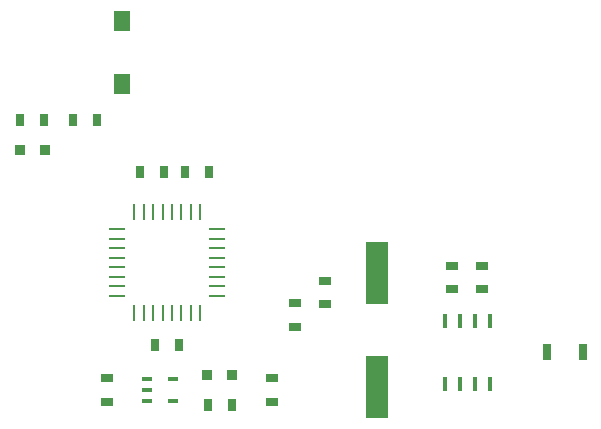
<source format=gbr>
G04 #@! TF.FileFunction,Paste,Top*
%FSLAX46Y46*%
G04 Gerber Fmt 4.6, Leading zero omitted, Abs format (unit mm)*
G04 Created by KiCad (PCBNEW 4.0.3-stable) date 10/08/16 12:11:26*
%MOMM*%
%LPD*%
G01*
G04 APERTURE LIST*
%ADD10C,0.100000*%
%ADD11R,0.346000X1.296000*%
%ADD12R,1.846580X5.346700*%
%ADD13R,0.296000X1.346000*%
%ADD14R,1.346000X0.296000*%
%ADD15R,0.746000X0.996000*%
%ADD16R,0.996000X0.746000*%
%ADD17R,0.944880X0.944880*%
%ADD18R,1.346000X1.746000*%
%ADD19R,0.806000X0.396000*%
%ADD20R,0.746000X1.346000*%
G04 APERTURE END LIST*
D10*
D11*
X98425000Y-70960000D03*
X97155000Y-70960000D03*
X95885000Y-70960000D03*
X94615000Y-70960000D03*
X94615000Y-76360000D03*
X95885000Y-76360000D03*
X97155000Y-76360000D03*
X98425000Y-76360000D03*
D12*
X88900000Y-76603860D03*
X88900000Y-66906140D03*
D13*
X68320000Y-70290000D03*
X69120000Y-70290000D03*
X69920000Y-70290000D03*
X70720000Y-70290000D03*
X71520000Y-70290000D03*
X72320000Y-70290000D03*
X73120000Y-70290000D03*
X73920000Y-70290000D03*
D14*
X75370000Y-68840000D03*
X75370000Y-68040000D03*
X75370000Y-67240000D03*
X75370000Y-66440000D03*
X75370000Y-65640000D03*
X75370000Y-64840000D03*
X75370000Y-64040000D03*
X75370000Y-63240000D03*
D13*
X73920000Y-61790000D03*
X73120000Y-61790000D03*
X72320000Y-61790000D03*
X71520000Y-61790000D03*
X70720000Y-61790000D03*
X69920000Y-61790000D03*
X69120000Y-61790000D03*
X68320000Y-61790000D03*
D14*
X66870000Y-63240000D03*
X66870000Y-64040000D03*
X66870000Y-64840000D03*
X66870000Y-65640000D03*
X66870000Y-66440000D03*
X66870000Y-67240000D03*
X66870000Y-68040000D03*
X66870000Y-68840000D03*
D15*
X70120000Y-73025000D03*
X72120000Y-73025000D03*
X74660000Y-58420000D03*
X72660000Y-58420000D03*
X68850000Y-58420000D03*
X70850000Y-58420000D03*
D16*
X66040000Y-77835000D03*
X66040000Y-75835000D03*
X80010000Y-75835000D03*
X80010000Y-77835000D03*
X81915000Y-71485000D03*
X81915000Y-69485000D03*
X84455000Y-69580000D03*
X84455000Y-67580000D03*
X95250000Y-66310000D03*
X95250000Y-68310000D03*
D17*
X74515980Y-75565000D03*
X76614020Y-75565000D03*
X60739020Y-56515000D03*
X58640980Y-56515000D03*
D18*
X67310000Y-50960000D03*
X67310000Y-45560000D03*
D19*
X69385000Y-75885000D03*
X69385000Y-76835000D03*
X69385000Y-77785000D03*
X71585000Y-77785000D03*
X71585000Y-75885000D03*
D15*
X74565000Y-78105000D03*
X76565000Y-78105000D03*
X65135000Y-53975000D03*
X63135000Y-53975000D03*
X60690000Y-53975000D03*
X58690000Y-53975000D03*
D16*
X97790000Y-66310000D03*
X97790000Y-68310000D03*
D20*
X103275000Y-73660000D03*
X106275000Y-73660000D03*
M02*

</source>
